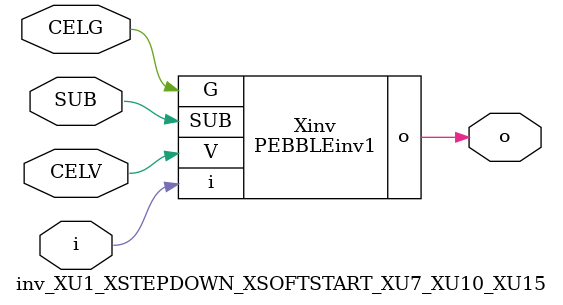
<source format=v>



module PEBBLEinv1 ( o, G, SUB, V, i );

  input V;
  input i;
  input G;
  output o;
  input SUB;
endmodule

//Celera Confidential Do Not Copy inv_XU1_XSTEPDOWN_XSOFTSTART_XU7_XU10_XU15
//Celera Confidential Symbol Generator
//5V Inverter
module inv_XU1_XSTEPDOWN_XSOFTSTART_XU7_XU10_XU15 (CELV,CELG,i,o,SUB);
input CELV;
input CELG;
input i;
input SUB;
output o;

//Celera Confidential Do Not Copy inv
PEBBLEinv1 Xinv(
.V (CELV),
.i (i),
.o (o),
.SUB (SUB),
.G (CELG)
);
//,diesize,PEBBLEinv1

//Celera Confidential Do Not Copy Module End
//Celera Schematic Generator
endmodule

</source>
